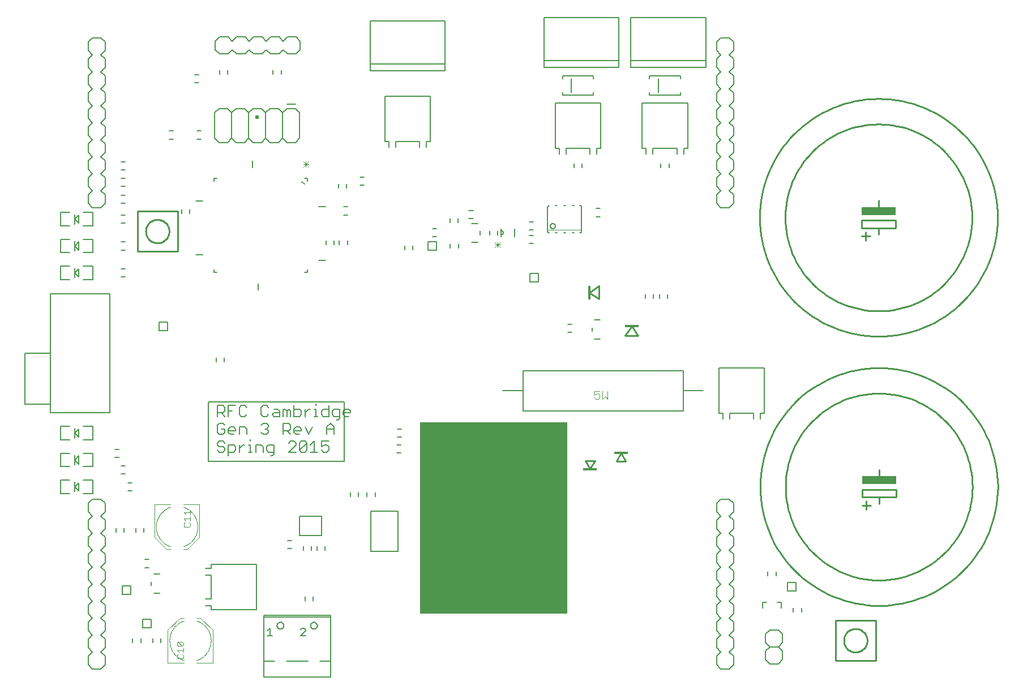
<source format=gto>
G75*
G70*
%OFA0B0*%
%FSLAX24Y24*%
%IPPOS*%
%LPD*%
%AMOC8*
5,1,8,0,0,1.08239X$1,22.5*
%
%ADD10C,0.0080*%
%ADD11C,0.0060*%
%ADD12R,0.8661X1.1287*%
%ADD13C,0.0020*%
%ADD14C,0.0030*%
%ADD15C,0.0100*%
%ADD16C,0.0050*%
%ADD17R,0.2000X0.0500*%
%ADD18R,0.0200X0.0200*%
%ADD19R,0.0118X0.0827*%
%ADD20R,0.0827X0.0118*%
%ADD21C,0.0040*%
D10*
X039857Y011597D02*
X039857Y012385D01*
X040408Y012385D01*
X040684Y012267D02*
X040684Y011991D01*
X040920Y012227D01*
X040920Y011755D01*
X040684Y011991D01*
X040684Y011715D01*
X040408Y011597D02*
X039857Y011597D01*
X041196Y011597D02*
X041747Y011597D01*
X041747Y012385D01*
X041196Y012385D01*
X041196Y013172D02*
X041747Y013172D01*
X041747Y013960D01*
X041196Y013960D01*
X040920Y013802D02*
X040684Y013566D01*
X040920Y013330D01*
X040920Y013802D01*
X040684Y013841D02*
X040684Y013566D01*
X040684Y013290D01*
X040408Y013172D02*
X039857Y013172D01*
X039857Y013960D01*
X040408Y013960D01*
X040408Y014747D02*
X039857Y014747D01*
X039857Y015534D01*
X040408Y015534D01*
X040684Y015416D02*
X040684Y015141D01*
X040920Y015377D01*
X040920Y014904D01*
X040684Y015141D01*
X040684Y014865D01*
X041196Y014747D02*
X041747Y014747D01*
X041747Y015534D01*
X041196Y015534D01*
X041733Y011255D02*
X042233Y011255D01*
X042483Y011005D01*
X042483Y010505D01*
X042233Y010255D01*
X042483Y010005D01*
X042483Y009505D01*
X042233Y009255D01*
X042483Y009005D01*
X042483Y008505D01*
X042233Y008255D01*
X042483Y008005D01*
X042483Y007505D01*
X042233Y007255D01*
X042483Y007005D01*
X042483Y006505D01*
X042233Y006255D01*
X042483Y006005D01*
X042483Y005505D01*
X042233Y005255D01*
X042483Y005005D01*
X042483Y004505D01*
X042233Y004255D01*
X042483Y004005D01*
X042483Y003505D01*
X042233Y003255D01*
X042483Y003005D01*
X042483Y002505D01*
X042233Y002255D01*
X042483Y002005D01*
X042483Y001505D01*
X042233Y001255D01*
X041733Y001255D01*
X041483Y001505D01*
X041483Y002005D01*
X041733Y002255D01*
X041483Y002505D01*
X041483Y003005D01*
X041733Y003255D01*
X041483Y003505D01*
X041483Y004005D01*
X041733Y004255D01*
X041483Y004505D01*
X041483Y005005D01*
X041733Y005255D01*
X041483Y005505D01*
X041483Y006005D01*
X041733Y006255D01*
X041483Y006505D01*
X041483Y007005D01*
X041733Y007255D01*
X041483Y007505D01*
X041483Y008005D01*
X041733Y008255D01*
X041483Y008505D01*
X041483Y009005D01*
X041733Y009255D01*
X041483Y009505D01*
X041483Y010005D01*
X041733Y010255D01*
X041483Y010505D01*
X041483Y011005D01*
X041733Y011255D01*
X045357Y006842D02*
X045695Y006842D01*
X045207Y006388D02*
X045207Y006177D01*
X045357Y005722D02*
X045695Y005722D01*
X078491Y005505D02*
X078491Y006005D01*
X078741Y006255D01*
X078491Y006505D01*
X078491Y007005D01*
X078741Y007255D01*
X078491Y007505D01*
X078491Y008005D01*
X078741Y008255D01*
X078491Y008505D01*
X078491Y009005D01*
X078741Y009255D01*
X078491Y009505D01*
X078491Y010005D01*
X078741Y010255D01*
X078491Y010505D01*
X078491Y011005D01*
X078741Y011255D01*
X079241Y011255D01*
X079491Y011005D01*
X079491Y010505D01*
X079241Y010255D01*
X079491Y010005D01*
X079491Y009505D01*
X079241Y009255D01*
X079491Y009005D01*
X079491Y008505D01*
X079241Y008255D01*
X079491Y008005D01*
X079491Y007505D01*
X079241Y007255D01*
X079491Y007005D01*
X079491Y006505D01*
X079241Y006255D01*
X079491Y006005D01*
X079491Y005505D01*
X079241Y005255D01*
X079491Y005005D01*
X079491Y004505D01*
X079241Y004255D01*
X079491Y004005D01*
X079491Y003505D01*
X079241Y003255D01*
X079491Y003005D01*
X079491Y002505D01*
X079241Y002255D01*
X079491Y002005D01*
X079491Y001505D01*
X079241Y001255D01*
X078741Y001255D01*
X078491Y001505D01*
X078491Y002005D01*
X078741Y002255D01*
X078491Y002505D01*
X078491Y003005D01*
X078741Y003255D01*
X078491Y003505D01*
X078491Y004005D01*
X078741Y004255D01*
X078491Y004505D01*
X078491Y005005D01*
X078741Y005255D01*
X078491Y005505D01*
X081196Y005180D02*
X081196Y004865D01*
X081196Y005180D02*
X081432Y005180D01*
X082062Y005180D02*
X082298Y005180D01*
X082298Y004865D01*
X071640Y020683D02*
X071302Y020683D01*
X071152Y021137D02*
X071152Y021349D01*
X071302Y021803D02*
X071640Y021803D01*
X064416Y026372D02*
X064078Y026372D01*
X064566Y026826D02*
X064566Y027038D01*
X064416Y027492D02*
X064078Y027492D01*
X078491Y028670D02*
X078741Y028420D01*
X079241Y028420D01*
X079491Y028670D01*
X079491Y029170D01*
X079241Y029420D01*
X079491Y029670D01*
X079491Y030170D01*
X079241Y030420D01*
X079491Y030670D01*
X079491Y031170D01*
X079241Y031420D01*
X079491Y031670D01*
X079491Y032170D01*
X079241Y032420D01*
X079491Y032670D01*
X079491Y033170D01*
X079241Y033420D01*
X079491Y033670D01*
X079491Y034170D01*
X079241Y034420D01*
X079491Y034670D01*
X079491Y035170D01*
X079241Y035420D01*
X079491Y035670D01*
X079491Y036170D01*
X079241Y036420D01*
X079491Y036670D01*
X079491Y037170D01*
X079241Y037420D01*
X079491Y037670D01*
X079491Y038170D01*
X079241Y038420D01*
X078741Y038420D01*
X078491Y038170D01*
X078491Y037670D01*
X078741Y037420D01*
X078491Y037170D01*
X078491Y036670D01*
X078741Y036420D01*
X078491Y036170D01*
X078491Y035670D01*
X078741Y035420D01*
X078491Y035170D01*
X078491Y034670D01*
X078741Y034420D01*
X078491Y034170D01*
X078491Y033670D01*
X078741Y033420D01*
X078491Y033170D01*
X078491Y032670D01*
X078741Y032420D01*
X078491Y032170D01*
X078491Y031670D01*
X078741Y031420D01*
X078491Y031170D01*
X078491Y030670D01*
X078741Y030420D01*
X078491Y030170D01*
X078491Y029670D01*
X078741Y029420D01*
X078491Y029170D01*
X078491Y028670D01*
X076353Y035042D02*
X074542Y035042D01*
X074542Y035219D01*
X075054Y035219D02*
X075054Y036007D01*
X074542Y036007D02*
X074542Y036184D01*
X076353Y036184D01*
X076353Y036007D01*
X076353Y035219D02*
X076353Y035042D01*
X077849Y036676D02*
X073440Y036676D01*
X073440Y037070D01*
X077849Y037070D01*
X077849Y036676D01*
X077849Y037070D02*
X077849Y039629D01*
X073440Y039629D01*
X073440Y037070D01*
X072731Y037070D02*
X072731Y036676D01*
X068322Y036676D01*
X068322Y037070D01*
X072731Y037070D01*
X072731Y039629D01*
X068322Y039629D01*
X068322Y037070D01*
X069424Y036184D02*
X071235Y036184D01*
X071235Y036007D01*
X069936Y036007D02*
X069936Y035219D01*
X069424Y035219D02*
X069424Y035042D01*
X071235Y035042D01*
X071235Y035219D01*
X069424Y036007D02*
X069424Y036184D01*
X062495Y036479D02*
X058085Y036479D01*
X058085Y036873D01*
X062495Y036873D01*
X062495Y036479D01*
X062495Y036873D02*
X062495Y039432D01*
X058085Y039432D01*
X058085Y036873D01*
X053963Y037725D02*
X053963Y038225D01*
X053713Y038475D01*
X053213Y038475D01*
X052963Y038225D01*
X052713Y038475D01*
X052213Y038475D01*
X051963Y038225D01*
X051713Y038475D01*
X051213Y038475D01*
X050963Y038225D01*
X050713Y038475D01*
X050213Y038475D01*
X049963Y038225D01*
X049713Y038475D01*
X049213Y038475D01*
X048963Y038225D01*
X048963Y037725D01*
X049213Y037475D01*
X049713Y037475D01*
X049963Y037725D01*
X050213Y037475D01*
X050713Y037475D01*
X050963Y037725D01*
X051213Y037475D01*
X051713Y037475D01*
X051963Y037725D01*
X052213Y037475D01*
X052713Y037475D01*
X052963Y037725D01*
X053213Y037475D01*
X053713Y037475D01*
X053963Y037725D01*
X053682Y034501D02*
X053182Y034501D01*
X042483Y034670D02*
X042233Y034420D01*
X042483Y034170D01*
X042483Y033670D01*
X042233Y033420D01*
X042483Y033170D01*
X042483Y032670D01*
X042233Y032420D01*
X042483Y032170D01*
X042483Y031670D01*
X042233Y031420D01*
X042483Y031170D01*
X042483Y030670D01*
X042233Y030420D01*
X042483Y030170D01*
X042483Y029670D01*
X042233Y029420D01*
X042483Y029170D01*
X042483Y028670D01*
X042233Y028420D01*
X041733Y028420D01*
X041483Y028670D01*
X041483Y029170D01*
X041733Y029420D01*
X041483Y029670D01*
X041483Y030170D01*
X041733Y030420D01*
X041483Y030670D01*
X041483Y031170D01*
X041733Y031420D01*
X041483Y031670D01*
X041483Y032170D01*
X041733Y032420D01*
X041483Y032670D01*
X041483Y033170D01*
X041733Y033420D01*
X041483Y033670D01*
X041483Y034170D01*
X041733Y034420D01*
X041483Y034670D01*
X041483Y035170D01*
X041733Y035420D01*
X041483Y035670D01*
X041483Y036170D01*
X041733Y036420D01*
X041483Y036670D01*
X041483Y037170D01*
X041733Y037420D01*
X041483Y037670D01*
X041483Y038170D01*
X041733Y038420D01*
X042233Y038420D01*
X042483Y038170D01*
X042483Y037670D01*
X042233Y037420D01*
X042483Y037170D01*
X042483Y036670D01*
X042233Y036420D01*
X042483Y036170D01*
X042483Y035670D01*
X042233Y035420D01*
X042483Y035170D01*
X042483Y034670D01*
X041747Y028133D02*
X041196Y028133D01*
X040920Y027975D02*
X040684Y027739D01*
X040920Y027503D01*
X040920Y027975D01*
X040684Y028015D02*
X040684Y027739D01*
X040684Y027463D01*
X040408Y027345D02*
X039857Y027345D01*
X039857Y028133D01*
X040408Y028133D01*
X041196Y027345D02*
X041747Y027345D01*
X041747Y028133D01*
X041747Y026558D02*
X041196Y026558D01*
X040920Y026400D02*
X040684Y026164D01*
X040920Y025928D01*
X040920Y026400D01*
X040684Y026440D02*
X040684Y026164D01*
X040684Y025889D01*
X040408Y025771D02*
X039857Y025771D01*
X039857Y026558D01*
X040408Y026558D01*
X041747Y026558D02*
X041747Y025771D01*
X041196Y025771D01*
X041196Y024983D02*
X041747Y024983D01*
X041747Y024196D01*
X041196Y024196D01*
X040920Y024353D02*
X040920Y024826D01*
X040684Y024589D01*
X040920Y024353D01*
X040684Y024314D02*
X040684Y024589D01*
X040684Y024865D01*
X040408Y024983D02*
X039857Y024983D01*
X039857Y024196D01*
X040408Y024196D01*
D11*
X043440Y024353D02*
X043676Y024353D01*
X043676Y024826D02*
X043440Y024826D01*
X043440Y025928D02*
X043676Y025928D01*
X043676Y026400D02*
X043440Y026400D01*
X043440Y027503D02*
X043676Y027503D01*
X043676Y027975D02*
X043440Y027975D01*
X043440Y028684D02*
X043676Y028684D01*
X043676Y029156D02*
X043440Y029156D01*
X043440Y029668D02*
X043676Y029668D01*
X043676Y030141D02*
X043440Y030141D01*
X043440Y030652D02*
X043676Y030652D01*
X043676Y031125D02*
X043440Y031125D01*
X046255Y032463D02*
X046491Y032463D01*
X046491Y032936D02*
X046255Y032936D01*
X047888Y032936D02*
X048125Y032936D01*
X048125Y032463D02*
X047888Y032463D01*
X048932Y032501D02*
X048932Y034001D01*
X049182Y034251D01*
X049682Y034251D01*
X049932Y034001D01*
X049932Y032501D01*
X049682Y032251D01*
X049182Y032251D01*
X048932Y032501D01*
X049932Y032501D02*
X050182Y032251D01*
X050682Y032251D01*
X050932Y032501D01*
X050932Y034001D01*
X050682Y034251D01*
X050182Y034251D01*
X049932Y034001D01*
X050932Y034001D02*
X051182Y034251D01*
X051682Y034251D01*
X051932Y034001D01*
X051932Y032501D01*
X051682Y032251D01*
X051182Y032251D01*
X050932Y032501D01*
X051932Y032501D02*
X052182Y032251D01*
X052682Y032251D01*
X052932Y032501D01*
X052932Y034001D01*
X052682Y034251D01*
X052182Y034251D01*
X051932Y034001D01*
X052932Y034001D02*
X053182Y034251D01*
X053682Y034251D01*
X053932Y034001D01*
X053932Y032501D01*
X053682Y032251D01*
X053182Y032251D01*
X052932Y032501D01*
X051170Y031195D02*
X051170Y030795D01*
X049050Y030145D02*
X048880Y030145D01*
X048880Y029975D01*
X048220Y028805D02*
X047820Y028805D01*
X047455Y028330D02*
X047455Y028093D01*
X046983Y028093D02*
X046983Y028330D01*
X047830Y025655D02*
X048230Y025655D01*
X048880Y024795D02*
X048880Y024625D01*
X049050Y024625D01*
X051480Y023965D02*
X051480Y023575D01*
X054230Y024625D02*
X054400Y024625D01*
X054400Y024795D01*
X055060Y025325D02*
X055460Y025325D01*
X055487Y026243D02*
X055487Y026479D01*
X055959Y026479D02*
X055959Y026243D01*
X056274Y026243D02*
X056274Y026479D01*
X056747Y026479D02*
X056747Y026243D01*
X056762Y027999D02*
X056526Y027999D01*
X056526Y028471D02*
X056762Y028471D01*
X055460Y028485D02*
X055060Y028485D01*
X056219Y029570D02*
X056219Y029806D01*
X056692Y029806D02*
X056692Y029570D01*
X057491Y029743D02*
X057727Y029743D01*
X057727Y030215D02*
X057491Y030215D01*
X054400Y030145D02*
X054230Y030145D01*
X054400Y030145D02*
X054400Y029975D01*
X054220Y029815D02*
X054070Y029965D01*
X061747Y027188D02*
X061983Y027188D01*
X061983Y026715D02*
X061747Y026715D01*
X062810Y026282D02*
X062810Y026046D01*
X063282Y026046D02*
X063282Y026282D01*
X065133Y026814D02*
X065133Y027050D01*
X065605Y027050D02*
X065605Y026814D01*
X065806Y026832D02*
X065806Y027072D01*
X065806Y027182D01*
X065806Y027072D02*
X065827Y027070D01*
X065847Y027065D01*
X065866Y027056D01*
X065883Y027044D01*
X065898Y027029D01*
X065910Y027012D01*
X065919Y026993D01*
X065924Y026973D01*
X065926Y026952D01*
X065924Y026931D01*
X065919Y026911D01*
X065910Y026892D01*
X065898Y026875D01*
X065883Y026860D01*
X065866Y026848D01*
X065847Y026839D01*
X065827Y026834D01*
X065806Y026832D01*
X065806Y026722D01*
X066586Y026722D02*
X066586Y027182D01*
X067455Y027109D02*
X067692Y027109D01*
X067692Y026794D02*
X067455Y026794D01*
X067455Y026322D02*
X067692Y026322D01*
X068992Y026939D02*
X069092Y026939D01*
X069492Y026939D02*
X069592Y026939D01*
X069992Y026939D02*
X070092Y026939D01*
X070442Y026939D02*
X070459Y026941D01*
X070476Y026945D01*
X070492Y026952D01*
X070506Y026962D01*
X070519Y026975D01*
X070529Y026989D01*
X070536Y027005D01*
X070540Y027022D01*
X070542Y027039D01*
X070542Y028439D01*
X070540Y028456D01*
X070536Y028473D01*
X070529Y028489D01*
X070519Y028503D01*
X070506Y028516D01*
X070492Y028526D01*
X070476Y028533D01*
X070459Y028537D01*
X070442Y028539D01*
X070092Y028539D02*
X069992Y028539D01*
X069592Y028539D02*
X069492Y028539D01*
X069092Y028539D02*
X068992Y028539D01*
X068642Y028539D02*
X068625Y028537D01*
X068608Y028533D01*
X068592Y028526D01*
X068578Y028516D01*
X068565Y028503D01*
X068555Y028489D01*
X068548Y028473D01*
X068544Y028456D01*
X068542Y028439D01*
X068542Y027039D01*
X068544Y027022D01*
X068548Y027005D01*
X068555Y026989D01*
X068565Y026975D01*
X068578Y026962D01*
X068592Y026952D01*
X068608Y026945D01*
X068625Y026941D01*
X068642Y026939D01*
X068692Y027339D02*
X068694Y027363D01*
X068700Y027387D01*
X068709Y027409D01*
X068722Y027429D01*
X068738Y027447D01*
X068757Y027462D01*
X068778Y027475D01*
X068800Y027483D01*
X068824Y027488D01*
X068848Y027489D01*
X068872Y027486D01*
X068895Y027479D01*
X068917Y027469D01*
X068937Y027455D01*
X068954Y027438D01*
X068969Y027419D01*
X068980Y027398D01*
X068988Y027375D01*
X068992Y027351D01*
X068992Y027327D01*
X068988Y027303D01*
X068980Y027280D01*
X068969Y027259D01*
X068954Y027240D01*
X068937Y027223D01*
X068917Y027209D01*
X068895Y027199D01*
X068872Y027192D01*
X068848Y027189D01*
X068824Y027190D01*
X068800Y027195D01*
X068778Y027203D01*
X068757Y027216D01*
X068738Y027231D01*
X068722Y027249D01*
X068709Y027269D01*
X068700Y027291D01*
X068694Y027315D01*
X068692Y027339D01*
X067692Y027582D02*
X067455Y027582D01*
X064148Y027778D02*
X063912Y027778D01*
X063912Y028251D02*
X064148Y028251D01*
X063262Y027778D02*
X063262Y027542D01*
X062790Y027542D02*
X062790Y027778D01*
X060585Y026184D02*
X060585Y025948D01*
X060113Y025948D02*
X060113Y026184D01*
X070093Y030771D02*
X070093Y031007D01*
X070566Y031007D02*
X070566Y030771D01*
X075211Y030771D02*
X075211Y031007D01*
X075684Y031007D02*
X075684Y030771D01*
X071629Y028369D02*
X071392Y028369D01*
X071392Y027897D02*
X071629Y027897D01*
X075133Y023330D02*
X075133Y023093D01*
X074778Y023074D02*
X074778Y023310D01*
X074306Y023310D02*
X074306Y023074D01*
X075605Y023093D02*
X075605Y023330D01*
X069975Y021558D02*
X069739Y021558D01*
X069739Y021086D02*
X069975Y021086D01*
X059916Y015397D02*
X059680Y015397D01*
X059680Y014924D02*
X059916Y014924D01*
X059896Y014452D02*
X059660Y014452D01*
X059660Y013979D02*
X059896Y013979D01*
X055972Y015079D02*
X055972Y015506D01*
X055759Y015719D01*
X055545Y015506D01*
X055545Y015079D01*
X055545Y015399D02*
X055972Y015399D01*
X056081Y015915D02*
X056188Y015915D01*
X056294Y016022D01*
X056294Y016556D01*
X055974Y016556D01*
X055867Y016449D01*
X055867Y016236D01*
X055974Y016129D01*
X056294Y016129D01*
X056512Y016236D02*
X056512Y016449D01*
X056619Y016556D01*
X056832Y016556D01*
X056939Y016449D01*
X056939Y016342D01*
X056512Y016342D01*
X056512Y016236D02*
X056619Y016129D01*
X056832Y016129D01*
X055650Y016129D02*
X055650Y016769D01*
X055650Y016556D02*
X055330Y016556D01*
X055223Y016449D01*
X055223Y016236D01*
X055330Y016129D01*
X055650Y016129D01*
X055007Y016129D02*
X054793Y016129D01*
X054900Y016129D02*
X054900Y016556D01*
X054793Y016556D01*
X054576Y016556D02*
X054469Y016556D01*
X054256Y016342D01*
X054256Y016129D02*
X054256Y016556D01*
X054038Y016449D02*
X053932Y016556D01*
X053611Y016556D01*
X053611Y016769D02*
X053611Y016129D01*
X053932Y016129D01*
X054038Y016236D01*
X054038Y016449D01*
X053394Y016449D02*
X053394Y016129D01*
X053180Y016129D02*
X053180Y016449D01*
X053287Y016556D01*
X053394Y016449D01*
X053180Y016449D02*
X053074Y016556D01*
X052967Y016556D01*
X052967Y016129D01*
X052749Y016129D02*
X052429Y016129D01*
X052322Y016236D01*
X052429Y016342D01*
X052749Y016342D01*
X052749Y016449D02*
X052749Y016129D01*
X052749Y016449D02*
X052643Y016556D01*
X052429Y016556D01*
X052105Y016663D02*
X051998Y016769D01*
X051785Y016769D01*
X051678Y016663D01*
X051678Y016236D01*
X051785Y016129D01*
X051998Y016129D01*
X052105Y016236D01*
X051998Y015719D02*
X052105Y015613D01*
X052105Y015506D01*
X051998Y015399D01*
X052105Y015292D01*
X052105Y015186D01*
X051998Y015079D01*
X051785Y015079D01*
X051678Y015186D01*
X051891Y015399D02*
X051998Y015399D01*
X051998Y015719D02*
X051785Y015719D01*
X051678Y015613D01*
X050816Y015399D02*
X050816Y015079D01*
X050816Y015399D02*
X050709Y015506D01*
X050389Y015506D01*
X050389Y015079D01*
X050171Y015292D02*
X049744Y015292D01*
X049744Y015186D02*
X049744Y015399D01*
X049851Y015506D01*
X050064Y015506D01*
X050171Y015399D01*
X050171Y015292D01*
X050064Y015079D02*
X049851Y015079D01*
X049744Y015186D01*
X049527Y015186D02*
X049527Y015399D01*
X049313Y015399D01*
X049100Y015613D02*
X049100Y015186D01*
X049206Y015079D01*
X049420Y015079D01*
X049527Y015186D01*
X049527Y015613D02*
X049420Y015719D01*
X049206Y015719D01*
X049100Y015613D01*
X049100Y016129D02*
X049100Y016769D01*
X049420Y016769D01*
X049527Y016663D01*
X049527Y016449D01*
X049420Y016342D01*
X049100Y016342D01*
X049313Y016342D02*
X049527Y016129D01*
X049744Y016129D02*
X049744Y016769D01*
X050171Y016769D01*
X050389Y016663D02*
X050389Y016236D01*
X050495Y016129D01*
X050709Y016129D01*
X050816Y016236D01*
X050816Y016663D02*
X050709Y016769D01*
X050495Y016769D01*
X050389Y016663D01*
X049958Y016449D02*
X049744Y016449D01*
X052967Y015719D02*
X052967Y015079D01*
X052967Y015292D02*
X053287Y015292D01*
X053394Y015399D01*
X053394Y015613D01*
X053287Y015719D01*
X052967Y015719D01*
X053180Y015292D02*
X053394Y015079D01*
X053611Y015186D02*
X053611Y015399D01*
X053718Y015506D01*
X053932Y015506D01*
X054038Y015399D01*
X054038Y015292D01*
X053611Y015292D01*
X053611Y015186D02*
X053718Y015079D01*
X053932Y015079D01*
X054040Y014669D02*
X054254Y014669D01*
X054361Y014563D01*
X053934Y014136D01*
X054040Y014029D01*
X054254Y014029D01*
X054361Y014136D01*
X054361Y014563D01*
X054578Y014456D02*
X054792Y014669D01*
X054792Y014029D01*
X055005Y014029D02*
X054578Y014029D01*
X053934Y014136D02*
X053934Y014563D01*
X054040Y014669D01*
X053716Y014563D02*
X053609Y014669D01*
X053396Y014669D01*
X053289Y014563D01*
X053716Y014563D02*
X053716Y014456D01*
X053289Y014029D01*
X053716Y014029D01*
X052427Y014029D02*
X052107Y014029D01*
X052000Y014136D01*
X052000Y014349D01*
X052107Y014456D01*
X052427Y014456D01*
X052427Y013922D01*
X052320Y013815D01*
X052214Y013815D01*
X051783Y014029D02*
X051783Y014349D01*
X051676Y014456D01*
X051355Y014456D01*
X051355Y014029D01*
X051139Y014029D02*
X050926Y014029D01*
X051033Y014029D02*
X051033Y014456D01*
X050926Y014456D01*
X050709Y014456D02*
X050602Y014456D01*
X050389Y014242D01*
X050389Y014029D02*
X050389Y014456D01*
X050171Y014349D02*
X050171Y014136D01*
X050064Y014029D01*
X049744Y014029D01*
X049744Y013815D02*
X049744Y014456D01*
X050064Y014456D01*
X050171Y014349D01*
X049527Y014242D02*
X049527Y014136D01*
X049420Y014029D01*
X049206Y014029D01*
X049100Y014136D01*
X049206Y014349D02*
X049420Y014349D01*
X049527Y014242D01*
X049527Y014563D02*
X049420Y014669D01*
X049206Y014669D01*
X049100Y014563D01*
X049100Y014456D01*
X049206Y014349D01*
X051033Y014669D02*
X051033Y014776D01*
X054256Y015506D02*
X054469Y015079D01*
X054683Y015506D01*
X055223Y014669D02*
X055223Y014349D01*
X055436Y014456D01*
X055543Y014456D01*
X055650Y014349D01*
X055650Y014136D01*
X055543Y014029D01*
X055330Y014029D01*
X055223Y014136D01*
X055223Y014669D02*
X055650Y014669D01*
X054900Y016769D02*
X054900Y016876D01*
X049503Y019353D02*
X049503Y019589D01*
X049030Y019589D02*
X049030Y019353D01*
X043282Y014196D02*
X043046Y014196D01*
X043046Y013723D02*
X043282Y013723D01*
X043440Y013211D02*
X043676Y013211D01*
X043676Y012739D02*
X043440Y012739D01*
X043833Y012227D02*
X044070Y012227D01*
X044070Y011755D02*
X043833Y011755D01*
X043597Y009550D02*
X043597Y009314D01*
X043125Y009314D02*
X043125Y009550D01*
X044306Y009550D02*
X044306Y009314D01*
X044778Y009314D02*
X044778Y009550D01*
X044818Y007700D02*
X045054Y007700D01*
X045054Y007227D02*
X044818Y007227D01*
X051830Y004406D02*
X051830Y004326D01*
X055760Y004326D01*
X055760Y001726D01*
X055760Y000786D01*
X051830Y000786D01*
X051830Y001726D01*
X051830Y004326D01*
X051830Y004406D02*
X055760Y004406D01*
X055760Y004326D01*
X054580Y003806D02*
X054582Y003834D01*
X054588Y003861D01*
X054597Y003887D01*
X054610Y003912D01*
X054627Y003935D01*
X054646Y003955D01*
X054668Y003972D01*
X054692Y003986D01*
X054718Y003996D01*
X054745Y004003D01*
X054773Y004006D01*
X054801Y004005D01*
X054828Y004000D01*
X054855Y003991D01*
X054880Y003979D01*
X054903Y003964D01*
X054924Y003945D01*
X054942Y003924D01*
X054957Y003900D01*
X054968Y003874D01*
X054976Y003848D01*
X054980Y003820D01*
X054980Y003792D01*
X054976Y003764D01*
X054968Y003738D01*
X054957Y003712D01*
X054942Y003688D01*
X054924Y003667D01*
X054903Y003648D01*
X054880Y003633D01*
X054855Y003621D01*
X054828Y003612D01*
X054801Y003607D01*
X054773Y003606D01*
X054745Y003609D01*
X054718Y003616D01*
X054692Y003626D01*
X054668Y003640D01*
X054646Y003657D01*
X054627Y003677D01*
X054610Y003700D01*
X054597Y003725D01*
X054588Y003751D01*
X054582Y003778D01*
X054580Y003806D01*
X052610Y003806D02*
X052612Y003834D01*
X052618Y003861D01*
X052627Y003887D01*
X052640Y003912D01*
X052657Y003935D01*
X052676Y003955D01*
X052698Y003972D01*
X052722Y003986D01*
X052748Y003996D01*
X052775Y004003D01*
X052803Y004006D01*
X052831Y004005D01*
X052858Y004000D01*
X052885Y003991D01*
X052910Y003979D01*
X052933Y003964D01*
X052954Y003945D01*
X052972Y003924D01*
X052987Y003900D01*
X052998Y003874D01*
X053006Y003848D01*
X053010Y003820D01*
X053010Y003792D01*
X053006Y003764D01*
X052998Y003738D01*
X052987Y003712D01*
X052972Y003688D01*
X052954Y003667D01*
X052933Y003648D01*
X052910Y003633D01*
X052885Y003621D01*
X052858Y003612D01*
X052831Y003607D01*
X052803Y003606D01*
X052775Y003609D01*
X052748Y003616D01*
X052722Y003626D01*
X052698Y003640D01*
X052676Y003657D01*
X052657Y003677D01*
X052640Y003700D01*
X052627Y003725D01*
X052618Y003751D01*
X052612Y003778D01*
X052610Y003806D01*
X054251Y005290D02*
X054251Y005526D01*
X054723Y005526D02*
X054723Y005290D01*
X054640Y008251D02*
X054640Y008487D01*
X054955Y008487D02*
X054955Y008251D01*
X055428Y008251D02*
X055428Y008487D01*
X054168Y008487D02*
X054168Y008251D01*
X053459Y008349D02*
X053223Y008349D01*
X053223Y008822D02*
X053459Y008822D01*
X056924Y011400D02*
X056924Y011637D01*
X057396Y011637D02*
X057396Y011400D01*
X057908Y011400D02*
X057908Y011637D01*
X058381Y011637D02*
X058381Y011400D01*
X045762Y003054D02*
X045762Y002818D01*
X045290Y002818D02*
X045290Y003054D01*
X044581Y003054D02*
X044581Y002818D01*
X044109Y002818D02*
X044109Y003054D01*
X051830Y001726D02*
X052460Y001726D01*
X053160Y001726D02*
X054430Y001726D01*
X055130Y001726D02*
X055760Y001726D01*
X081369Y001800D02*
X081619Y001550D01*
X082119Y001550D01*
X082369Y001800D01*
X082369Y002300D01*
X082119Y002550D01*
X081619Y002550D01*
X081369Y002300D01*
X081369Y001800D01*
X081619Y002550D02*
X081369Y002800D01*
X081369Y003300D01*
X081619Y003550D01*
X082119Y003550D01*
X082369Y003300D01*
X082369Y002800D01*
X082119Y002550D01*
X083007Y004629D02*
X083007Y004865D01*
X083479Y004865D02*
X083479Y004629D01*
X081983Y006755D02*
X081983Y006991D01*
X081510Y006991D02*
X081510Y006755D01*
X048007Y035771D02*
X047770Y035771D01*
X047770Y036243D02*
X048007Y036243D01*
X049227Y036282D02*
X049227Y036519D01*
X049699Y036519D02*
X049699Y036282D01*
X052377Y036282D02*
X052377Y036519D01*
X052849Y036519D02*
X052849Y036282D01*
D12*
X065361Y010139D03*
D13*
X068542Y027109D02*
X070542Y027109D01*
D14*
X065752Y026390D02*
X065439Y026077D01*
X065595Y026077D02*
X065595Y026390D01*
X065439Y026390D02*
X065752Y026077D01*
X065752Y026233D02*
X065439Y026233D01*
X054467Y030826D02*
X054154Y031140D01*
X054467Y030826D01*
X054311Y030826D02*
X054311Y031140D01*
X054311Y030826D01*
X054154Y030826D02*
X054467Y031140D01*
X054154Y030826D01*
X054154Y030983D02*
X054467Y030983D01*
X054154Y030983D01*
X047486Y010605D02*
X047486Y010358D01*
X047486Y010237D02*
X047486Y009990D01*
X047486Y010113D02*
X047116Y010113D01*
X047239Y009990D01*
X047177Y009868D02*
X047116Y009807D01*
X047116Y009683D01*
X047177Y009622D01*
X047424Y009622D01*
X047486Y009683D01*
X047486Y009807D01*
X047424Y009868D01*
X047239Y010358D02*
X047116Y010482D01*
X047486Y010482D01*
X047024Y002852D02*
X047086Y002790D01*
X047086Y002667D01*
X047024Y002605D01*
X046777Y002852D01*
X047024Y002852D01*
X046777Y002852D02*
X046716Y002790D01*
X046716Y002667D01*
X046777Y002605D01*
X047024Y002605D01*
X047086Y002483D02*
X047086Y002237D01*
X047086Y002360D02*
X046716Y002360D01*
X046839Y002237D01*
X046777Y002115D02*
X046716Y002053D01*
X046716Y001930D01*
X046777Y001868D01*
X047024Y001868D01*
X047086Y001930D01*
X047086Y002053D01*
X047024Y002115D01*
D15*
X070762Y013526D02*
X071038Y013034D01*
X071314Y013526D01*
X070762Y013526D01*
X072593Y013487D02*
X072869Y013979D01*
X073144Y013487D01*
X072593Y013487D01*
X087046Y011821D02*
X087046Y011371D01*
X088046Y011371D01*
X089046Y011371D01*
X089046Y011821D01*
X087046Y011821D01*
X082546Y011991D02*
X082553Y012261D01*
X082572Y012530D01*
X082606Y012798D01*
X082652Y013064D01*
X082711Y013327D01*
X082783Y013588D01*
X082868Y013844D01*
X082965Y014096D01*
X083074Y014343D01*
X083195Y014584D01*
X083328Y014819D01*
X083473Y015047D01*
X083628Y015267D01*
X083794Y015480D01*
X083971Y015685D01*
X084157Y015880D01*
X084352Y016066D01*
X084557Y016243D01*
X084770Y016409D01*
X084990Y016564D01*
X085218Y016709D01*
X085453Y016842D01*
X085694Y016963D01*
X085941Y017072D01*
X086193Y017169D01*
X086449Y017254D01*
X086710Y017326D01*
X086973Y017385D01*
X087239Y017431D01*
X087507Y017465D01*
X087776Y017484D01*
X088046Y017491D01*
X088316Y017484D01*
X088585Y017465D01*
X088853Y017431D01*
X089119Y017385D01*
X089382Y017326D01*
X089643Y017254D01*
X089899Y017169D01*
X090151Y017072D01*
X090398Y016963D01*
X090639Y016842D01*
X090874Y016709D01*
X091102Y016564D01*
X091322Y016409D01*
X091535Y016243D01*
X091740Y016066D01*
X091935Y015880D01*
X092121Y015685D01*
X092298Y015480D01*
X092464Y015267D01*
X092619Y015047D01*
X092764Y014819D01*
X092897Y014584D01*
X093018Y014343D01*
X093127Y014096D01*
X093224Y013844D01*
X093309Y013588D01*
X093381Y013327D01*
X093440Y013064D01*
X093486Y012798D01*
X093520Y012530D01*
X093539Y012261D01*
X093546Y011991D01*
X093539Y011721D01*
X093520Y011452D01*
X093486Y011184D01*
X093440Y010918D01*
X093381Y010655D01*
X093309Y010394D01*
X093224Y010138D01*
X093127Y009886D01*
X093018Y009639D01*
X092897Y009398D01*
X092764Y009163D01*
X092619Y008935D01*
X092464Y008715D01*
X092298Y008502D01*
X092121Y008297D01*
X091935Y008102D01*
X091740Y007916D01*
X091535Y007739D01*
X091322Y007573D01*
X091102Y007418D01*
X090874Y007273D01*
X090639Y007140D01*
X090398Y007019D01*
X090151Y006910D01*
X089899Y006813D01*
X089643Y006728D01*
X089382Y006656D01*
X089119Y006597D01*
X088853Y006551D01*
X088585Y006517D01*
X088316Y006498D01*
X088046Y006491D01*
X087776Y006498D01*
X087507Y006517D01*
X087239Y006551D01*
X086973Y006597D01*
X086710Y006656D01*
X086449Y006728D01*
X086193Y006813D01*
X085941Y006910D01*
X085694Y007019D01*
X085453Y007140D01*
X085218Y007273D01*
X084990Y007418D01*
X084770Y007573D01*
X084557Y007739D01*
X084352Y007916D01*
X084157Y008102D01*
X083971Y008297D01*
X083794Y008502D01*
X083628Y008715D01*
X083473Y008935D01*
X083328Y009163D01*
X083195Y009398D01*
X083074Y009639D01*
X082965Y009886D01*
X082868Y010138D01*
X082783Y010394D01*
X082711Y010655D01*
X082652Y010918D01*
X082606Y011184D01*
X082572Y011452D01*
X082553Y011721D01*
X082546Y011991D01*
X087046Y010891D02*
X087546Y010891D01*
X087296Y011141D02*
X087296Y010641D01*
X088046Y010991D02*
X088046Y011371D01*
X081046Y011991D02*
X081054Y012334D01*
X081080Y012677D01*
X081122Y013018D01*
X081181Y013357D01*
X081256Y013692D01*
X081347Y014023D01*
X081455Y014349D01*
X081579Y014670D01*
X081718Y014984D01*
X081873Y015291D01*
X082042Y015590D01*
X082226Y015880D01*
X082424Y016161D01*
X082635Y016432D01*
X082859Y016692D01*
X083096Y016941D01*
X083345Y017178D01*
X083605Y017402D01*
X083876Y017613D01*
X084157Y017811D01*
X084447Y017995D01*
X084746Y018164D01*
X085053Y018319D01*
X085367Y018458D01*
X085688Y018582D01*
X086014Y018690D01*
X086345Y018781D01*
X086680Y018856D01*
X087019Y018915D01*
X087360Y018957D01*
X087703Y018983D01*
X088046Y018991D01*
X088389Y018983D01*
X088732Y018957D01*
X089073Y018915D01*
X089412Y018856D01*
X089747Y018781D01*
X090078Y018690D01*
X090404Y018582D01*
X090725Y018458D01*
X091039Y018319D01*
X091346Y018164D01*
X091645Y017995D01*
X091935Y017811D01*
X092216Y017613D01*
X092487Y017402D01*
X092747Y017178D01*
X092996Y016941D01*
X093233Y016692D01*
X093457Y016432D01*
X093668Y016161D01*
X093866Y015880D01*
X094050Y015590D01*
X094219Y015291D01*
X094374Y014984D01*
X094513Y014670D01*
X094637Y014349D01*
X094745Y014023D01*
X094836Y013692D01*
X094911Y013357D01*
X094970Y013018D01*
X095012Y012677D01*
X095038Y012334D01*
X095046Y011991D01*
X095038Y011648D01*
X095012Y011305D01*
X094970Y010964D01*
X094911Y010625D01*
X094836Y010290D01*
X094745Y009959D01*
X094637Y009633D01*
X094513Y009312D01*
X094374Y008998D01*
X094219Y008691D01*
X094050Y008392D01*
X093866Y008102D01*
X093668Y007821D01*
X093457Y007550D01*
X093233Y007290D01*
X092996Y007041D01*
X092747Y006804D01*
X092487Y006580D01*
X092216Y006369D01*
X091935Y006171D01*
X091645Y005987D01*
X091346Y005818D01*
X091039Y005663D01*
X090725Y005524D01*
X090404Y005400D01*
X090078Y005292D01*
X089747Y005201D01*
X089412Y005126D01*
X089073Y005067D01*
X088732Y005025D01*
X088389Y004999D01*
X088046Y004991D01*
X087703Y004999D01*
X087360Y005025D01*
X087019Y005067D01*
X086680Y005126D01*
X086345Y005201D01*
X086014Y005292D01*
X085688Y005400D01*
X085367Y005524D01*
X085053Y005663D01*
X084746Y005818D01*
X084447Y005987D01*
X084157Y006171D01*
X083876Y006369D01*
X083605Y006580D01*
X083345Y006804D01*
X083096Y007041D01*
X082859Y007290D01*
X082635Y007550D01*
X082424Y007821D01*
X082226Y008102D01*
X082042Y008392D01*
X081873Y008691D01*
X081718Y008998D01*
X081579Y009312D01*
X081455Y009633D01*
X081347Y009959D01*
X081256Y010290D01*
X081181Y010625D01*
X081122Y010964D01*
X081080Y011305D01*
X081054Y011648D01*
X081046Y011991D01*
X088046Y012541D02*
X088046Y012991D01*
X073853Y020869D02*
X073105Y020869D01*
X073479Y021440D01*
X073853Y020869D01*
X071570Y023054D02*
X070999Y023428D01*
X071570Y023802D01*
X071570Y023054D01*
X087026Y026737D02*
X087526Y026737D01*
X087276Y026987D02*
X087276Y026487D01*
X088026Y026837D02*
X088026Y027217D01*
X089026Y027217D01*
X089026Y027667D01*
X087026Y027667D01*
X087026Y027217D01*
X088026Y027217D01*
X082526Y027837D02*
X082533Y028107D01*
X082552Y028376D01*
X082586Y028644D01*
X082632Y028910D01*
X082691Y029173D01*
X082763Y029434D01*
X082848Y029690D01*
X082945Y029942D01*
X083054Y030189D01*
X083175Y030430D01*
X083308Y030665D01*
X083453Y030893D01*
X083608Y031113D01*
X083774Y031326D01*
X083951Y031531D01*
X084137Y031726D01*
X084332Y031912D01*
X084537Y032089D01*
X084750Y032255D01*
X084970Y032410D01*
X085198Y032555D01*
X085433Y032688D01*
X085674Y032809D01*
X085921Y032918D01*
X086173Y033015D01*
X086429Y033100D01*
X086690Y033172D01*
X086953Y033231D01*
X087219Y033277D01*
X087487Y033311D01*
X087756Y033330D01*
X088026Y033337D01*
X088296Y033330D01*
X088565Y033311D01*
X088833Y033277D01*
X089099Y033231D01*
X089362Y033172D01*
X089623Y033100D01*
X089879Y033015D01*
X090131Y032918D01*
X090378Y032809D01*
X090619Y032688D01*
X090854Y032555D01*
X091082Y032410D01*
X091302Y032255D01*
X091515Y032089D01*
X091720Y031912D01*
X091915Y031726D01*
X092101Y031531D01*
X092278Y031326D01*
X092444Y031113D01*
X092599Y030893D01*
X092744Y030665D01*
X092877Y030430D01*
X092998Y030189D01*
X093107Y029942D01*
X093204Y029690D01*
X093289Y029434D01*
X093361Y029173D01*
X093420Y028910D01*
X093466Y028644D01*
X093500Y028376D01*
X093519Y028107D01*
X093526Y027837D01*
X093519Y027567D01*
X093500Y027298D01*
X093466Y027030D01*
X093420Y026764D01*
X093361Y026501D01*
X093289Y026240D01*
X093204Y025984D01*
X093107Y025732D01*
X092998Y025485D01*
X092877Y025244D01*
X092744Y025009D01*
X092599Y024781D01*
X092444Y024561D01*
X092278Y024348D01*
X092101Y024143D01*
X091915Y023948D01*
X091720Y023762D01*
X091515Y023585D01*
X091302Y023419D01*
X091082Y023264D01*
X090854Y023119D01*
X090619Y022986D01*
X090378Y022865D01*
X090131Y022756D01*
X089879Y022659D01*
X089623Y022574D01*
X089362Y022502D01*
X089099Y022443D01*
X088833Y022397D01*
X088565Y022363D01*
X088296Y022344D01*
X088026Y022337D01*
X087756Y022344D01*
X087487Y022363D01*
X087219Y022397D01*
X086953Y022443D01*
X086690Y022502D01*
X086429Y022574D01*
X086173Y022659D01*
X085921Y022756D01*
X085674Y022865D01*
X085433Y022986D01*
X085198Y023119D01*
X084970Y023264D01*
X084750Y023419D01*
X084537Y023585D01*
X084332Y023762D01*
X084137Y023948D01*
X083951Y024143D01*
X083774Y024348D01*
X083608Y024561D01*
X083453Y024781D01*
X083308Y025009D01*
X083175Y025244D01*
X083054Y025485D01*
X082945Y025732D01*
X082848Y025984D01*
X082763Y026240D01*
X082691Y026501D01*
X082632Y026764D01*
X082586Y027030D01*
X082552Y027298D01*
X082533Y027567D01*
X082526Y027837D01*
X081026Y027837D02*
X081034Y028180D01*
X081060Y028523D01*
X081102Y028864D01*
X081161Y029203D01*
X081236Y029538D01*
X081327Y029869D01*
X081435Y030195D01*
X081559Y030516D01*
X081698Y030830D01*
X081853Y031137D01*
X082022Y031436D01*
X082206Y031726D01*
X082404Y032007D01*
X082615Y032278D01*
X082839Y032538D01*
X083076Y032787D01*
X083325Y033024D01*
X083585Y033248D01*
X083856Y033459D01*
X084137Y033657D01*
X084427Y033841D01*
X084726Y034010D01*
X085033Y034165D01*
X085347Y034304D01*
X085668Y034428D01*
X085994Y034536D01*
X086325Y034627D01*
X086660Y034702D01*
X086999Y034761D01*
X087340Y034803D01*
X087683Y034829D01*
X088026Y034837D01*
X088369Y034829D01*
X088712Y034803D01*
X089053Y034761D01*
X089392Y034702D01*
X089727Y034627D01*
X090058Y034536D01*
X090384Y034428D01*
X090705Y034304D01*
X091019Y034165D01*
X091326Y034010D01*
X091625Y033841D01*
X091915Y033657D01*
X092196Y033459D01*
X092467Y033248D01*
X092727Y033024D01*
X092976Y032787D01*
X093213Y032538D01*
X093437Y032278D01*
X093648Y032007D01*
X093846Y031726D01*
X094030Y031436D01*
X094199Y031137D01*
X094354Y030830D01*
X094493Y030516D01*
X094617Y030195D01*
X094725Y029869D01*
X094816Y029538D01*
X094891Y029203D01*
X094950Y028864D01*
X094992Y028523D01*
X095018Y028180D01*
X095026Y027837D01*
X095018Y027494D01*
X094992Y027151D01*
X094950Y026810D01*
X094891Y026471D01*
X094816Y026136D01*
X094725Y025805D01*
X094617Y025479D01*
X094493Y025158D01*
X094354Y024844D01*
X094199Y024537D01*
X094030Y024238D01*
X093846Y023948D01*
X093648Y023667D01*
X093437Y023396D01*
X093213Y023136D01*
X092976Y022887D01*
X092727Y022650D01*
X092467Y022426D01*
X092196Y022215D01*
X091915Y022017D01*
X091625Y021833D01*
X091326Y021664D01*
X091019Y021509D01*
X090705Y021370D01*
X090384Y021246D01*
X090058Y021138D01*
X089727Y021047D01*
X089392Y020972D01*
X089053Y020913D01*
X088712Y020871D01*
X088369Y020845D01*
X088026Y020837D01*
X087683Y020845D01*
X087340Y020871D01*
X086999Y020913D01*
X086660Y020972D01*
X086325Y021047D01*
X085994Y021138D01*
X085668Y021246D01*
X085347Y021370D01*
X085033Y021509D01*
X084726Y021664D01*
X084427Y021833D01*
X084137Y022017D01*
X083856Y022215D01*
X083585Y022426D01*
X083325Y022650D01*
X083076Y022887D01*
X082839Y023136D01*
X082615Y023396D01*
X082404Y023667D01*
X082206Y023948D01*
X082022Y024238D01*
X081853Y024537D01*
X081698Y024844D01*
X081559Y025158D01*
X081435Y025479D01*
X081327Y025805D01*
X081236Y026136D01*
X081161Y026471D01*
X081102Y026810D01*
X081060Y027151D01*
X081034Y027494D01*
X081026Y027837D01*
X088026Y028387D02*
X088026Y028837D01*
X046747Y028211D02*
X046747Y025849D01*
X044385Y025849D01*
X044385Y028211D01*
X046747Y028211D01*
X044877Y027030D02*
X044879Y027082D01*
X044885Y027134D01*
X044895Y027185D01*
X044908Y027235D01*
X044926Y027285D01*
X044947Y027332D01*
X044971Y027378D01*
X045000Y027422D01*
X045031Y027464D01*
X045065Y027503D01*
X045102Y027540D01*
X045142Y027573D01*
X045185Y027604D01*
X045229Y027631D01*
X045275Y027655D01*
X045324Y027675D01*
X045373Y027691D01*
X045424Y027704D01*
X045475Y027713D01*
X045527Y027718D01*
X045579Y027719D01*
X045631Y027716D01*
X045683Y027709D01*
X045734Y027698D01*
X045784Y027684D01*
X045833Y027665D01*
X045880Y027643D01*
X045925Y027618D01*
X045969Y027589D01*
X046010Y027557D01*
X046049Y027522D01*
X046084Y027484D01*
X046117Y027443D01*
X046147Y027401D01*
X046173Y027356D01*
X046196Y027309D01*
X046215Y027260D01*
X046231Y027210D01*
X046243Y027160D01*
X046251Y027108D01*
X046255Y027056D01*
X046255Y027004D01*
X046251Y026952D01*
X046243Y026900D01*
X046231Y026850D01*
X046215Y026800D01*
X046196Y026751D01*
X046173Y026704D01*
X046147Y026659D01*
X046117Y026617D01*
X046084Y026576D01*
X046049Y026538D01*
X046010Y026503D01*
X045969Y026471D01*
X045925Y026442D01*
X045880Y026417D01*
X045833Y026395D01*
X045784Y026376D01*
X045734Y026362D01*
X045683Y026351D01*
X045631Y026344D01*
X045579Y026341D01*
X045527Y026342D01*
X045475Y026347D01*
X045424Y026356D01*
X045373Y026369D01*
X045324Y026385D01*
X045275Y026405D01*
X045229Y026429D01*
X045185Y026456D01*
X045142Y026487D01*
X045102Y026520D01*
X045065Y026557D01*
X045031Y026596D01*
X045000Y026638D01*
X044971Y026682D01*
X044947Y026728D01*
X044926Y026775D01*
X044908Y026825D01*
X044895Y026875D01*
X044885Y026926D01*
X044879Y026978D01*
X044877Y027030D01*
X085487Y004117D02*
X085487Y001755D01*
X087849Y001755D01*
X087849Y004117D01*
X085487Y004117D01*
X085979Y002936D02*
X085981Y002988D01*
X085987Y003040D01*
X085997Y003091D01*
X086010Y003141D01*
X086028Y003191D01*
X086049Y003238D01*
X086073Y003284D01*
X086102Y003328D01*
X086133Y003370D01*
X086167Y003409D01*
X086204Y003446D01*
X086244Y003479D01*
X086287Y003510D01*
X086331Y003537D01*
X086377Y003561D01*
X086426Y003581D01*
X086475Y003597D01*
X086526Y003610D01*
X086577Y003619D01*
X086629Y003624D01*
X086681Y003625D01*
X086733Y003622D01*
X086785Y003615D01*
X086836Y003604D01*
X086886Y003590D01*
X086935Y003571D01*
X086982Y003549D01*
X087027Y003524D01*
X087071Y003495D01*
X087112Y003463D01*
X087151Y003428D01*
X087186Y003390D01*
X087219Y003349D01*
X087249Y003307D01*
X087275Y003262D01*
X087298Y003215D01*
X087317Y003166D01*
X087333Y003116D01*
X087345Y003066D01*
X087353Y003014D01*
X087357Y002962D01*
X087357Y002910D01*
X087353Y002858D01*
X087345Y002806D01*
X087333Y002756D01*
X087317Y002706D01*
X087298Y002657D01*
X087275Y002610D01*
X087249Y002565D01*
X087219Y002523D01*
X087186Y002482D01*
X087151Y002444D01*
X087112Y002409D01*
X087071Y002377D01*
X087027Y002348D01*
X086982Y002323D01*
X086935Y002301D01*
X086886Y002282D01*
X086836Y002268D01*
X086785Y002257D01*
X086733Y002250D01*
X086681Y002247D01*
X086629Y002248D01*
X086577Y002253D01*
X086526Y002262D01*
X086475Y002275D01*
X086426Y002291D01*
X086377Y002311D01*
X086331Y002335D01*
X086287Y002362D01*
X086244Y002393D01*
X086204Y002426D01*
X086167Y002463D01*
X086133Y002502D01*
X086102Y002544D01*
X086073Y002588D01*
X086049Y002634D01*
X086028Y002681D01*
X086010Y002731D01*
X085997Y002781D01*
X085987Y002832D01*
X085981Y002884D01*
X085979Y002936D01*
D16*
X039255Y016865D02*
X037755Y016865D01*
X037755Y019865D01*
X039255Y019865D01*
X039255Y023365D01*
X042755Y023365D01*
X042755Y016365D01*
X039255Y016365D01*
X039255Y016865D01*
X039255Y019865D01*
X045670Y021190D02*
X046170Y021190D01*
X046170Y021690D01*
X045670Y021690D01*
X045670Y021190D01*
X048570Y016999D02*
X056570Y016999D01*
X056570Y013499D01*
X048570Y013499D01*
X048570Y016999D01*
X058144Y010534D02*
X059719Y010534D01*
X059719Y008172D01*
X058144Y008172D01*
X058144Y010534D01*
X055231Y010259D02*
X053932Y010259D01*
X053932Y009117D01*
X055231Y009117D01*
X055231Y010259D01*
X051392Y007424D02*
X048715Y007424D01*
X048715Y007188D01*
X048400Y007188D01*
X048400Y006794D02*
X048715Y006794D01*
X048715Y005377D01*
X048400Y005377D01*
X048400Y004983D02*
X048715Y004983D01*
X048715Y004747D01*
X051392Y004747D01*
X051392Y007424D01*
X044005Y006139D02*
X044005Y005639D01*
X043505Y005639D01*
X043505Y006139D01*
X044005Y006139D01*
X044686Y004170D02*
X045186Y004170D01*
X045186Y003670D01*
X044686Y003670D01*
X044686Y004170D01*
X052035Y003511D02*
X052185Y003661D01*
X052185Y003211D01*
X052035Y003211D02*
X052335Y003211D01*
X053985Y003211D02*
X054285Y003511D01*
X054285Y003586D01*
X054210Y003661D01*
X054060Y003661D01*
X053985Y003586D01*
X053985Y003211D02*
X054285Y003211D01*
X082678Y005836D02*
X083178Y005836D01*
X083178Y006336D01*
X082678Y006336D01*
X082678Y005836D01*
X081058Y015987D02*
X081058Y016302D01*
X081294Y016302D01*
X081294Y018979D01*
X078617Y018979D01*
X078617Y016302D01*
X078853Y016302D01*
X078853Y015987D01*
X079247Y015987D02*
X079247Y016302D01*
X080664Y016302D01*
X080664Y015987D01*
X077711Y017641D02*
X076530Y017641D01*
X076530Y018822D01*
X067081Y018822D01*
X067081Y017641D01*
X065900Y017641D01*
X067081Y017641D02*
X067081Y016460D01*
X076530Y016460D01*
X076530Y017641D01*
X068001Y024044D02*
X067501Y024044D01*
X067501Y024544D01*
X068001Y024544D01*
X068001Y024044D01*
X061997Y025914D02*
X061997Y026414D01*
X061497Y026414D01*
X061497Y025914D01*
X061997Y025914D01*
X069227Y031597D02*
X069227Y031912D01*
X068991Y031912D01*
X068991Y034589D01*
X071668Y034589D01*
X071668Y031912D01*
X071432Y031912D01*
X071432Y031597D01*
X071038Y031597D02*
X071038Y031912D01*
X069621Y031912D01*
X069621Y031597D01*
X074109Y031912D02*
X074345Y031912D01*
X074345Y031597D01*
X074739Y031597D02*
X074739Y031912D01*
X076156Y031912D01*
X076156Y031597D01*
X076550Y031597D02*
X076550Y031912D01*
X076786Y031912D01*
X076786Y034589D01*
X074109Y034589D01*
X074109Y031912D01*
X061629Y032306D02*
X061392Y032306D01*
X061392Y031991D01*
X060999Y031991D02*
X060999Y032306D01*
X059581Y032306D01*
X059581Y031991D01*
X059188Y031991D02*
X059188Y032306D01*
X058951Y032306D01*
X058951Y034983D01*
X061629Y034983D01*
X061629Y032306D01*
D17*
X088026Y028217D03*
X088046Y012371D03*
D18*
X051432Y033751D03*
D19*
X070979Y023428D03*
D20*
X073479Y021460D03*
X072869Y013999D03*
X071038Y013015D03*
D21*
X071375Y017161D02*
X071299Y017237D01*
X071375Y017161D02*
X071529Y017161D01*
X071606Y017237D01*
X071606Y017391D01*
X071529Y017468D01*
X071452Y017468D01*
X071299Y017391D01*
X071299Y017621D01*
X071606Y017621D01*
X071759Y017621D02*
X071759Y017161D01*
X071913Y017314D01*
X072066Y017161D01*
X072066Y017621D01*
X048026Y010948D02*
X048026Y009019D01*
X047318Y008310D01*
X047081Y008310D01*
X046333Y008310D02*
X046097Y008310D01*
X045388Y009019D01*
X045388Y010948D01*
X046333Y010948D01*
X047081Y010948D02*
X048026Y010948D01*
X046333Y010790D02*
X046269Y010768D01*
X046206Y010741D01*
X046144Y010711D01*
X046085Y010678D01*
X046027Y010642D01*
X045971Y010602D01*
X045918Y010559D01*
X045867Y010514D01*
X045819Y010466D01*
X045774Y010415D01*
X045731Y010361D01*
X045692Y010305D01*
X045655Y010248D01*
X045622Y010188D01*
X045593Y010126D01*
X045567Y010063D01*
X045544Y009999D01*
X045525Y009933D01*
X045510Y009866D01*
X045499Y009799D01*
X045491Y009731D01*
X045487Y009663D01*
X045487Y009595D01*
X045491Y009527D01*
X045499Y009459D01*
X045510Y009392D01*
X045525Y009325D01*
X045544Y009259D01*
X045567Y009195D01*
X045593Y009132D01*
X045622Y009070D01*
X045655Y009010D01*
X045692Y008953D01*
X045731Y008897D01*
X045774Y008843D01*
X045819Y008792D01*
X045867Y008744D01*
X045918Y008699D01*
X045971Y008656D01*
X046027Y008616D01*
X046085Y008580D01*
X046144Y008547D01*
X046206Y008517D01*
X046269Y008490D01*
X046333Y008468D01*
X047081Y008468D02*
X047145Y008490D01*
X047208Y008517D01*
X047270Y008547D01*
X047329Y008580D01*
X047387Y008616D01*
X047443Y008656D01*
X047496Y008699D01*
X047547Y008744D01*
X047595Y008792D01*
X047640Y008843D01*
X047683Y008897D01*
X047722Y008953D01*
X047759Y009010D01*
X047792Y009070D01*
X047821Y009132D01*
X047847Y009195D01*
X047870Y009259D01*
X047889Y009325D01*
X047904Y009392D01*
X047915Y009459D01*
X047923Y009527D01*
X047927Y009595D01*
X047927Y009663D01*
X047923Y009731D01*
X047915Y009799D01*
X047904Y009866D01*
X047889Y009933D01*
X047870Y009999D01*
X047847Y010063D01*
X047821Y010126D01*
X047792Y010188D01*
X047759Y010248D01*
X047722Y010305D01*
X047683Y010361D01*
X047640Y010415D01*
X047595Y010466D01*
X047547Y010514D01*
X047496Y010559D01*
X047443Y010602D01*
X047387Y010642D01*
X047329Y010678D01*
X047270Y010711D01*
X047208Y010741D01*
X047145Y010768D01*
X047081Y010790D01*
X047121Y004255D02*
X046885Y004255D01*
X046176Y003546D01*
X046176Y001617D01*
X047121Y001617D01*
X047869Y001617D02*
X048814Y001617D01*
X048814Y003546D01*
X048105Y004255D01*
X047869Y004255D01*
X047121Y004097D02*
X047057Y004075D01*
X046994Y004048D01*
X046932Y004018D01*
X046873Y003985D01*
X046815Y003949D01*
X046759Y003909D01*
X046706Y003866D01*
X046655Y003821D01*
X046607Y003773D01*
X046562Y003722D01*
X046519Y003668D01*
X046480Y003612D01*
X046443Y003555D01*
X046410Y003495D01*
X046381Y003433D01*
X046355Y003370D01*
X046332Y003306D01*
X046313Y003240D01*
X046298Y003173D01*
X046287Y003106D01*
X046279Y003038D01*
X046275Y002970D01*
X046275Y002902D01*
X046279Y002834D01*
X046287Y002766D01*
X046298Y002699D01*
X046313Y002632D01*
X046332Y002566D01*
X046355Y002502D01*
X046381Y002439D01*
X046410Y002377D01*
X046443Y002317D01*
X046480Y002260D01*
X046519Y002204D01*
X046562Y002150D01*
X046607Y002099D01*
X046655Y002051D01*
X046706Y002006D01*
X046759Y001963D01*
X046815Y001923D01*
X046873Y001887D01*
X046932Y001854D01*
X046994Y001824D01*
X047057Y001797D01*
X047121Y001775D01*
X047869Y001775D02*
X047933Y001797D01*
X047996Y001824D01*
X048058Y001854D01*
X048117Y001887D01*
X048175Y001923D01*
X048231Y001963D01*
X048284Y002006D01*
X048335Y002051D01*
X048383Y002099D01*
X048428Y002150D01*
X048471Y002204D01*
X048510Y002260D01*
X048547Y002317D01*
X048580Y002377D01*
X048609Y002439D01*
X048635Y002502D01*
X048658Y002566D01*
X048677Y002632D01*
X048692Y002699D01*
X048703Y002766D01*
X048711Y002834D01*
X048715Y002902D01*
X048715Y002970D01*
X048711Y003038D01*
X048703Y003106D01*
X048692Y003173D01*
X048677Y003240D01*
X048658Y003306D01*
X048635Y003370D01*
X048609Y003433D01*
X048580Y003495D01*
X048547Y003555D01*
X048510Y003612D01*
X048471Y003668D01*
X048428Y003722D01*
X048383Y003773D01*
X048335Y003821D01*
X048284Y003866D01*
X048231Y003909D01*
X048175Y003949D01*
X048117Y003985D01*
X048058Y004018D01*
X047996Y004048D01*
X047933Y004075D01*
X047869Y004097D01*
M02*

</source>
